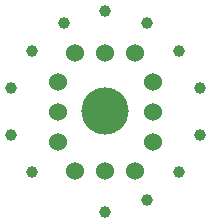
<source format=gbr>
%TF.GenerationSoftware,KiCad,Pcbnew,7.0.0*%
%TF.CreationDate,2023-09-15T15:31:49+08:00*%
%TF.ProjectId,QS-30,51532d33-302e-46b6-9963-61645f706362,rev?*%
%TF.SameCoordinates,Original*%
%TF.FileFunction,Soldermask,Top*%
%TF.FilePolarity,Negative*%
%FSLAX46Y46*%
G04 Gerber Fmt 4.6, Leading zero omitted, Abs format (unit mm)*
G04 Created by KiCad (PCBNEW 7.0.0) date 2023-09-15 15:31:49*
%MOMM*%
%LPD*%
G01*
G04 APERTURE LIST*
%ADD10C,4.000000*%
%ADD11C,1.000000*%
%ADD12C,1.524000*%
G04 APERTURE END LIST*
D10*
%TO.C,NX1*%
X155460000Y-110860000D03*
D11*
X161710000Y-115960000D03*
X149210000Y-115960000D03*
X147460000Y-112860000D03*
X147460000Y-108860000D03*
X149210000Y-105760000D03*
X151960000Y-103360000D03*
X158960000Y-103360000D03*
X161710000Y-105760000D03*
X163460000Y-108860000D03*
X163460000Y-112860000D03*
X158960000Y-118360000D03*
X155460000Y-102360000D03*
X155460000Y-119360000D03*
%TD*%
D12*
%TO.C,J1*%
X151456000Y-110896000D03*
X151456000Y-113436000D03*
X152916000Y-115896000D03*
X155456000Y-115896000D03*
X157996000Y-115896000D03*
X159456000Y-113436000D03*
X159456000Y-110896000D03*
X159456000Y-108356000D03*
X157996000Y-105896000D03*
X155456000Y-105896000D03*
X152916000Y-105896000D03*
X151456000Y-108356000D03*
%TD*%
M02*

</source>
